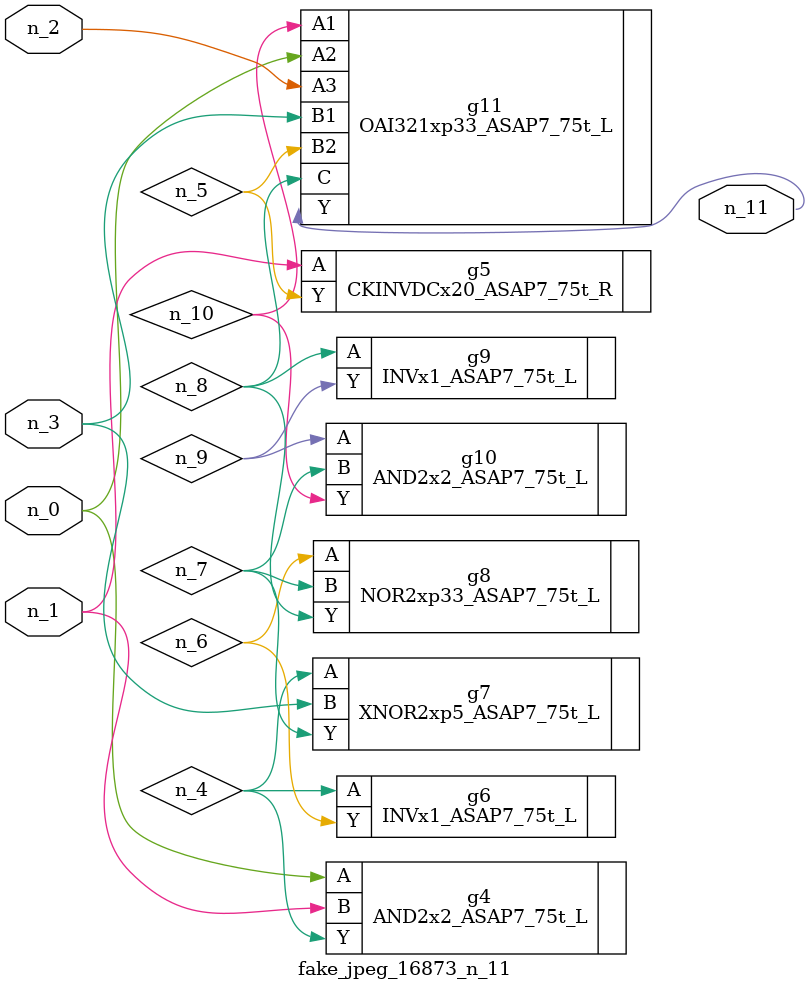
<source format=v>
module fake_jpeg_16873_n_11 (n_0, n_3, n_2, n_1, n_11);

input n_0;
input n_3;
input n_2;
input n_1;

output n_11;

wire n_10;
wire n_4;
wire n_8;
wire n_9;
wire n_6;
wire n_5;
wire n_7;

AND2x2_ASAP7_75t_L g4 ( 
.A(n_0),
.B(n_1),
.Y(n_4)
);

CKINVDCx20_ASAP7_75t_R g5 ( 
.A(n_1),
.Y(n_5)
);

INVx1_ASAP7_75t_L g6 ( 
.A(n_4),
.Y(n_6)
);

NOR2xp33_ASAP7_75t_L g8 ( 
.A(n_6),
.B(n_7),
.Y(n_8)
);

XNOR2xp5_ASAP7_75t_L g7 ( 
.A(n_4),
.B(n_3),
.Y(n_7)
);

INVx1_ASAP7_75t_L g9 ( 
.A(n_8),
.Y(n_9)
);

AND2x2_ASAP7_75t_L g10 ( 
.A(n_9),
.B(n_7),
.Y(n_10)
);

OAI321xp33_ASAP7_75t_L g11 ( 
.A1(n_10),
.A2(n_0),
.A3(n_2),
.B1(n_3),
.B2(n_5),
.C(n_8),
.Y(n_11)
);


endmodule
</source>
